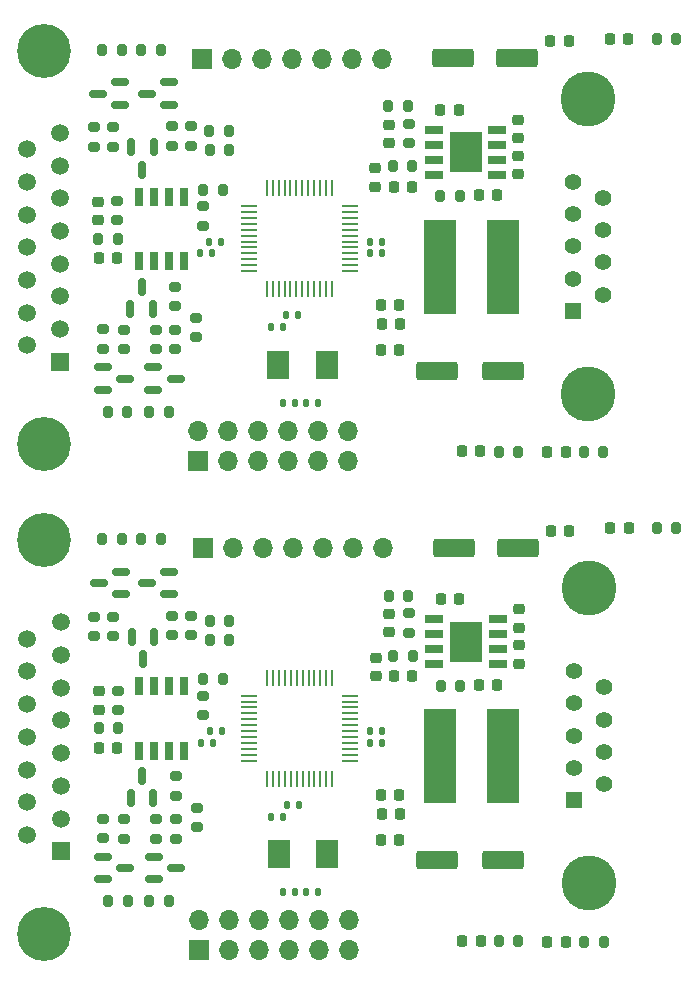
<source format=gts>
%TF.GenerationSoftware,KiCad,Pcbnew,7.0.7*%
%TF.CreationDate,2024-09-01T12:40:49+02:00*%
%TF.ProjectId,main,6d61696e-2e6b-4696-9361-645f70636258,rev?*%
%TF.SameCoordinates,Original*%
%TF.FileFunction,Soldermask,Top*%
%TF.FilePolarity,Negative*%
%FSLAX46Y46*%
G04 Gerber Fmt 4.6, Leading zero omitted, Abs format (unit mm)*
G04 Created by KiCad (PCBNEW 7.0.7) date 2024-09-01 12:40:49*
%MOMM*%
%LPD*%
G01*
G04 APERTURE LIST*
G04 Aperture macros list*
%AMRoundRect*
0 Rectangle with rounded corners*
0 $1 Rounding radius*
0 $2 $3 $4 $5 $6 $7 $8 $9 X,Y pos of 4 corners*
0 Add a 4 corners polygon primitive as box body*
4,1,4,$2,$3,$4,$5,$6,$7,$8,$9,$2,$3,0*
0 Add four circle primitives for the rounded corners*
1,1,$1+$1,$2,$3*
1,1,$1+$1,$4,$5*
1,1,$1+$1,$6,$7*
1,1,$1+$1,$8,$9*
0 Add four rect primitives between the rounded corners*
20,1,$1+$1,$2,$3,$4,$5,0*
20,1,$1+$1,$4,$5,$6,$7,0*
20,1,$1+$1,$6,$7,$8,$9,0*
20,1,$1+$1,$8,$9,$2,$3,0*%
G04 Aperture macros list end*
%ADD10R,1.900000X2.400000*%
%ADD11R,0.279400X1.361440*%
%ADD12R,1.361440X0.279400*%
%ADD13RoundRect,0.250000X-1.500000X-0.550000X1.500000X-0.550000X1.500000X0.550000X-1.500000X0.550000X0*%
%ADD14RoundRect,0.200000X0.275000X-0.200000X0.275000X0.200000X-0.275000X0.200000X-0.275000X-0.200000X0*%
%ADD15R,2.700000X8.000000*%
%ADD16RoundRect,0.225000X0.225000X0.250000X-0.225000X0.250000X-0.225000X-0.250000X0.225000X-0.250000X0*%
%ADD17RoundRect,0.218750X0.218750X0.256250X-0.218750X0.256250X-0.218750X-0.256250X0.218750X-0.256250X0*%
%ADD18RoundRect,0.135000X-0.135000X-0.185000X0.135000X-0.185000X0.135000X0.185000X-0.135000X0.185000X0*%
%ADD19RoundRect,0.135000X0.135000X0.185000X-0.135000X0.185000X-0.135000X-0.185000X0.135000X-0.185000X0*%
%ADD20R,1.700000X1.700000*%
%ADD21O,1.700000X1.700000*%
%ADD22RoundRect,0.150000X0.587500X0.150000X-0.587500X0.150000X-0.587500X-0.150000X0.587500X-0.150000X0*%
%ADD23RoundRect,0.200000X-0.275000X0.200000X-0.275000X-0.200000X0.275000X-0.200000X0.275000X0.200000X0*%
%ADD24RoundRect,0.225000X0.250000X-0.225000X0.250000X0.225000X-0.250000X0.225000X-0.250000X-0.225000X0*%
%ADD25RoundRect,0.200000X0.200000X0.275000X-0.200000X0.275000X-0.200000X-0.275000X0.200000X-0.275000X0*%
%ADD26RoundRect,0.225000X-0.225000X-0.250000X0.225000X-0.250000X0.225000X0.250000X-0.225000X0.250000X0*%
%ADD27RoundRect,0.225000X-0.250000X0.225000X-0.250000X-0.225000X0.250000X-0.225000X0.250000X0.225000X0*%
%ADD28RoundRect,0.200000X-0.200000X-0.275000X0.200000X-0.275000X0.200000X0.275000X-0.200000X0.275000X0*%
%ADD29RoundRect,0.150000X-0.587500X-0.150000X0.587500X-0.150000X0.587500X0.150000X-0.587500X0.150000X0*%
%ADD30R,1.400000X1.400000*%
%ADD31C,1.400000*%
%ADD32C,4.650000*%
%ADD33RoundRect,0.150000X0.150000X-0.587500X0.150000X0.587500X-0.150000X0.587500X-0.150000X-0.587500X0*%
%ADD34RoundRect,0.250000X1.500000X0.550000X-1.500000X0.550000X-1.500000X-0.550000X1.500000X-0.550000X0*%
%ADD35RoundRect,0.150000X-0.150000X0.587500X-0.150000X-0.587500X0.150000X-0.587500X0.150000X0.587500X0*%
%ADD36R,1.500000X1.500000*%
%ADD37C,1.500000*%
%ADD38C,4.567000*%
%ADD39R,0.650000X1.525000*%
%ADD40R,1.525000X0.650000*%
%ADD41R,2.710000X3.350000*%
G04 APERTURE END LIST*
D10*
%TO.C,Y2*%
X116177500Y-137695000D03*
X120277500Y-137695000D03*
%TD*%
D11*
%TO.C,U1*%
X115202500Y-131269640D03*
X115702499Y-131269640D03*
X116202501Y-131269640D03*
X116702500Y-131269640D03*
X117202499Y-131269640D03*
X117702500Y-131269640D03*
X118202500Y-131269640D03*
X118702501Y-131269640D03*
X119202500Y-131269640D03*
X119702499Y-131269640D03*
X120202501Y-131269640D03*
X120702500Y-131269640D03*
D12*
X122227348Y-129744820D03*
X122227348Y-129244821D03*
X122227348Y-128744819D03*
X122227348Y-128244820D03*
X122227348Y-127744821D03*
X122227348Y-127244820D03*
X122227348Y-126744820D03*
X122227348Y-126244819D03*
X122227348Y-125744820D03*
X122227348Y-125244821D03*
X122227348Y-124744819D03*
X122227348Y-124244820D03*
D11*
X120702500Y-122720000D03*
X120202501Y-122720000D03*
X119702499Y-122720000D03*
X119202500Y-122720000D03*
X118702501Y-122720000D03*
X118202500Y-122720000D03*
X117702500Y-122720000D03*
X117202499Y-122720000D03*
X116702500Y-122720000D03*
X116202501Y-122720000D03*
X115702499Y-122720000D03*
X115202500Y-122720000D03*
D12*
X113677652Y-124244820D03*
X113677652Y-124744819D03*
X113677652Y-125244821D03*
X113677652Y-125744820D03*
X113677652Y-126244819D03*
X113677652Y-126744820D03*
X113677652Y-127244820D03*
X113677652Y-127744821D03*
X113677652Y-128244820D03*
X113677652Y-128744819D03*
X113677652Y-129244821D03*
X113677652Y-129744820D03*
%TD*%
D13*
%TO.C,C31*%
X129605500Y-138190000D03*
X135205500Y-138190000D03*
%TD*%
D14*
%TO.C,R1*%
X109227500Y-135370000D03*
X109227500Y-133720000D03*
%TD*%
D15*
%TO.C,L1*%
X129855500Y-129390000D03*
X135155500Y-129390000D03*
%TD*%
D16*
%TO.C,C29*%
X126480500Y-134245000D03*
X124930500Y-134245000D03*
%TD*%
D17*
%TO.C,D3*%
X133265000Y-145020000D03*
X131690000Y-145020000D03*
%TD*%
D18*
%TO.C,C4*%
X116542500Y-140895000D03*
X117562500Y-140895000D03*
%TD*%
D19*
%TO.C,C10*%
X110577500Y-128245000D03*
X109557500Y-128245000D03*
%TD*%
D20*
%TO.C,J5*%
X109727500Y-111770000D03*
D21*
X112267500Y-111770000D03*
X114807500Y-111770000D03*
X117347500Y-111770000D03*
X119887500Y-111770000D03*
X122427500Y-111770000D03*
X124967500Y-111770000D03*
%TD*%
D19*
%TO.C,C3*%
X119537500Y-140895000D03*
X118517500Y-140895000D03*
%TD*%
D14*
%TO.C,R5*%
X101294250Y-136319250D03*
X101294250Y-134669250D03*
%TD*%
D22*
%TO.C,Q2*%
X106908750Y-115663750D03*
X106908750Y-113763750D03*
X105033750Y-114713750D03*
%TD*%
D23*
%TO.C,R7*%
X107465750Y-134711050D03*
X107465750Y-136361050D03*
%TD*%
D24*
%TO.C,C16*%
X100946250Y-125438750D03*
X100946250Y-123888750D03*
%TD*%
D25*
%TO.C,R21*%
X112002500Y-119495000D03*
X110352500Y-119495000D03*
%TD*%
D14*
%TO.C,R24*%
X102546250Y-125463750D03*
X102546250Y-123813750D03*
%TD*%
D26*
%TO.C,C18*%
X139202500Y-110295000D03*
X140752500Y-110295000D03*
%TD*%
D27*
%TO.C,C15*%
X136502500Y-119995000D03*
X136502500Y-121545000D03*
%TD*%
D24*
%TO.C,C26*%
X125555500Y-118890000D03*
X125555500Y-117340000D03*
%TD*%
D27*
%TO.C,C25*%
X124377500Y-121045000D03*
X124377500Y-122595000D03*
%TD*%
D14*
%TO.C,R27*%
X102171250Y-119238750D03*
X102171250Y-117588750D03*
%TD*%
D16*
%TO.C,C21*%
X131427500Y-116070000D03*
X129877500Y-116070000D03*
%TD*%
D14*
%TO.C,R13*%
X127205500Y-118915000D03*
X127205500Y-117265000D03*
%TD*%
D25*
%TO.C,R14*%
X127127500Y-115770000D03*
X125477500Y-115770000D03*
%TD*%
D23*
%TO.C,R26*%
X108771250Y-117488750D03*
X108771250Y-119138750D03*
%TD*%
D25*
%TO.C,R11*%
X131543500Y-123390000D03*
X129893500Y-123390000D03*
%TD*%
%TO.C,R12*%
X127530500Y-120865000D03*
X125880500Y-120865000D03*
%TD*%
D28*
%TO.C,R15*%
X134827500Y-145045000D03*
X136477500Y-145045000D03*
%TD*%
D29*
%TO.C,Q4*%
X101324250Y-137909250D03*
X101324250Y-139809250D03*
X103199250Y-138859250D03*
%TD*%
D30*
%TO.C,J3*%
X141162500Y-133125000D03*
D31*
X141162500Y-130385000D03*
X141162500Y-127645000D03*
X141162500Y-124905000D03*
X141162500Y-122165000D03*
X143702500Y-131755000D03*
X143702500Y-129015000D03*
X143702500Y-126275000D03*
X143702500Y-123535000D03*
D32*
X142432500Y-140140000D03*
X142432500Y-115150000D03*
%TD*%
D18*
%TO.C,C2*%
X116842500Y-133470000D03*
X117862500Y-133470000D03*
%TD*%
D28*
%TO.C,R29*%
X104546250Y-111013750D03*
X106196250Y-111013750D03*
%TD*%
D23*
%TO.C,R8*%
X103072250Y-134732250D03*
X103072250Y-136382250D03*
%TD*%
D25*
%TO.C,R22*%
X111452500Y-122845000D03*
X109802500Y-122845000D03*
%TD*%
D33*
%TO.C,D2*%
X103646250Y-132938750D03*
X105546250Y-132938750D03*
X104596250Y-131063750D03*
%TD*%
D26*
%TO.C,C20*%
X133130500Y-123340000D03*
X134680500Y-123340000D03*
%TD*%
D29*
%TO.C,Q3*%
X105595750Y-137909250D03*
X105595750Y-139809250D03*
X107470750Y-138859250D03*
%TD*%
D34*
%TO.C,C8*%
X136402500Y-111720000D03*
X131002500Y-111720000D03*
%TD*%
D18*
%TO.C,C1*%
X115517500Y-134495000D03*
X116537500Y-134495000D03*
%TD*%
D25*
%TO.C,R9*%
X106882250Y-141653250D03*
X105232250Y-141653250D03*
%TD*%
D28*
%TO.C,R23*%
X110327500Y-117895000D03*
X111977500Y-117895000D03*
%TD*%
D23*
%TO.C,R3*%
X107452500Y-131063750D03*
X107452500Y-132713750D03*
%TD*%
D17*
%TO.C,D4*%
X140490000Y-145070000D03*
X138915000Y-145070000D03*
%TD*%
D35*
%TO.C,D1*%
X105621250Y-119276250D03*
X103721250Y-119276250D03*
X104671250Y-121151250D03*
%TD*%
D28*
%TO.C,R30*%
X101246250Y-111013750D03*
X102896250Y-111013750D03*
%TD*%
D23*
%TO.C,R2*%
X109802500Y-124270000D03*
X109802500Y-125920000D03*
%TD*%
D16*
%TO.C,C7*%
X102525050Y-128671250D03*
X100975050Y-128671250D03*
%TD*%
D20*
%TO.C,J4*%
X109387500Y-145785000D03*
D21*
X109387500Y-143245000D03*
X111927500Y-145785000D03*
X111927500Y-143245000D03*
X114467500Y-145785000D03*
X114467500Y-143245000D03*
X117007500Y-145785000D03*
X117007500Y-143245000D03*
X119547500Y-145785000D03*
X119547500Y-143245000D03*
X122087500Y-145785000D03*
X122087500Y-143245000D03*
%TD*%
D25*
%TO.C,R10*%
X103389250Y-141653250D03*
X101739250Y-141653250D03*
%TD*%
D14*
%TO.C,R25*%
X107171250Y-119138750D03*
X107171250Y-117488750D03*
%TD*%
D18*
%TO.C,C5*%
X123917500Y-127245000D03*
X124937500Y-127245000D03*
%TD*%
D16*
%TO.C,C24*%
X127475500Y-122590000D03*
X125925500Y-122590000D03*
%TD*%
D22*
%TO.C,Q1*%
X102808750Y-115663750D03*
X102808750Y-113763750D03*
X100933750Y-114713750D03*
%TD*%
D19*
%TO.C,C9*%
X111337500Y-127245000D03*
X110317500Y-127245000D03*
%TD*%
D16*
%TO.C,C30*%
X126402500Y-132645000D03*
X124852500Y-132645000D03*
%TD*%
D24*
%TO.C,C19*%
X136502500Y-118495000D03*
X136502500Y-116945000D03*
%TD*%
D14*
%TO.C,R28*%
X100571250Y-119238750D03*
X100571250Y-117588750D03*
%TD*%
D36*
%TO.C,J2*%
X97717500Y-137430000D03*
D37*
X97717500Y-134660000D03*
X97717500Y-131890000D03*
X97717500Y-129120000D03*
X97717500Y-126350000D03*
X97717500Y-123580000D03*
X97717500Y-120810000D03*
X97717500Y-118040000D03*
X94877500Y-136045000D03*
X94877500Y-133275000D03*
X94877500Y-130505000D03*
X94877500Y-127735000D03*
X94877500Y-124965000D03*
X94877500Y-122195000D03*
X94877500Y-119425000D03*
D38*
X96297500Y-144395000D03*
X96297500Y-111075000D03*
%TD*%
D23*
%TO.C,R6*%
X105814750Y-134711050D03*
X105814750Y-136361050D03*
%TD*%
D25*
%TO.C,R4*%
X102575050Y-127013750D03*
X100925050Y-127013750D03*
%TD*%
D28*
%TO.C,R32*%
X142027500Y-145070000D03*
X143677500Y-145070000D03*
%TD*%
D18*
%TO.C,C6*%
X123917500Y-128245000D03*
X124937500Y-128245000D03*
%TD*%
D16*
%TO.C,C28*%
X126402500Y-136445000D03*
X124852500Y-136445000D03*
%TD*%
D39*
%TO.C,OPAMPS1*%
X104346250Y-128897750D03*
X105616250Y-128897750D03*
X106886250Y-128897750D03*
X108156250Y-128897750D03*
X108156250Y-123473750D03*
X106886250Y-123473750D03*
X105616250Y-123473750D03*
X104346250Y-123473750D03*
%TD*%
D40*
%TO.C,IC2*%
X134718500Y-121600000D03*
X134718500Y-120330000D03*
X134718500Y-119060000D03*
X134718500Y-117790000D03*
X129342500Y-117790000D03*
X129342500Y-119060000D03*
X129342500Y-120330000D03*
X129342500Y-121600000D03*
D41*
X132030500Y-119695000D03*
%TD*%
D17*
%TO.C,D5*%
X145815000Y-110095000D03*
X144240000Y-110095000D03*
%TD*%
D28*
%TO.C,R33*%
X148192500Y-110095000D03*
X149842500Y-110095000D03*
%TD*%
D10*
%TO.C,Y2*%
X116150000Y-96250000D03*
X120250000Y-96250000D03*
%TD*%
D11*
%TO.C,U1*%
X115175000Y-89824640D03*
X115674999Y-89824640D03*
X116175001Y-89824640D03*
X116675000Y-89824640D03*
X117174999Y-89824640D03*
X117675000Y-89824640D03*
X118175000Y-89824640D03*
X118675001Y-89824640D03*
X119175000Y-89824640D03*
X119674999Y-89824640D03*
X120175001Y-89824640D03*
X120675000Y-89824640D03*
D12*
X122199848Y-88299820D03*
X122199848Y-87799821D03*
X122199848Y-87299819D03*
X122199848Y-86799820D03*
X122199848Y-86299821D03*
X122199848Y-85799820D03*
X122199848Y-85299820D03*
X122199848Y-84799819D03*
X122199848Y-84299820D03*
X122199848Y-83799821D03*
X122199848Y-83299819D03*
X122199848Y-82799820D03*
D11*
X120675000Y-81275000D03*
X120175001Y-81275000D03*
X119674999Y-81275000D03*
X119175000Y-81275000D03*
X118675001Y-81275000D03*
X118175000Y-81275000D03*
X117675000Y-81275000D03*
X117174999Y-81275000D03*
X116675000Y-81275000D03*
X116175001Y-81275000D03*
X115674999Y-81275000D03*
X115175000Y-81275000D03*
D12*
X113650152Y-82799820D03*
X113650152Y-83299819D03*
X113650152Y-83799821D03*
X113650152Y-84299820D03*
X113650152Y-84799819D03*
X113650152Y-85299820D03*
X113650152Y-85799820D03*
X113650152Y-86299821D03*
X113650152Y-86799820D03*
X113650152Y-87299819D03*
X113650152Y-87799821D03*
X113650152Y-88299820D03*
%TD*%
D28*
%TO.C,R33*%
X149815000Y-68650000D03*
X148165000Y-68650000D03*
%TD*%
D39*
%TO.C,OPAMPS1*%
X104318750Y-87452750D03*
X105588750Y-87452750D03*
X106858750Y-87452750D03*
X108128750Y-87452750D03*
X108128750Y-82028750D03*
X106858750Y-82028750D03*
X105588750Y-82028750D03*
X104318750Y-82028750D03*
%TD*%
D40*
%TO.C,IC2*%
X134691000Y-80155000D03*
X134691000Y-78885000D03*
X134691000Y-77615000D03*
X134691000Y-76345000D03*
X129315000Y-76345000D03*
X129315000Y-77615000D03*
X129315000Y-78885000D03*
X129315000Y-80155000D03*
D41*
X132003000Y-78250000D03*
%TD*%
D17*
%TO.C,D5*%
X145787500Y-68650000D03*
X144212500Y-68650000D03*
%TD*%
D13*
%TO.C,C31*%
X129578000Y-96745000D03*
X135178000Y-96745000D03*
%TD*%
D24*
%TO.C,C19*%
X136475000Y-77050000D03*
X136475000Y-75500000D03*
%TD*%
D16*
%TO.C,C30*%
X126375000Y-91200000D03*
X124825000Y-91200000D03*
%TD*%
D19*
%TO.C,C9*%
X111310000Y-85800000D03*
X110290000Y-85800000D03*
%TD*%
D22*
%TO.C,Q1*%
X102781250Y-74218750D03*
X102781250Y-72318750D03*
X100906250Y-73268750D03*
%TD*%
D16*
%TO.C,C24*%
X127448000Y-81145000D03*
X125898000Y-81145000D03*
%TD*%
%TO.C,C28*%
X126375000Y-95000000D03*
X124825000Y-95000000D03*
%TD*%
D14*
%TO.C,R28*%
X100543750Y-77793750D03*
X100543750Y-76143750D03*
%TD*%
D18*
%TO.C,C6*%
X123890000Y-86800000D03*
X124910000Y-86800000D03*
%TD*%
%TO.C,C5*%
X123890000Y-85800000D03*
X124910000Y-85800000D03*
%TD*%
D28*
%TO.C,R32*%
X142000000Y-103625000D03*
X143650000Y-103625000D03*
%TD*%
D25*
%TO.C,R4*%
X102547550Y-85568750D03*
X100897550Y-85568750D03*
%TD*%
D23*
%TO.C,R6*%
X105787250Y-93266050D03*
X105787250Y-94916050D03*
%TD*%
D36*
%TO.C,J2*%
X97690000Y-95985000D03*
D37*
X97690000Y-93215000D03*
X97690000Y-90445000D03*
X97690000Y-87675000D03*
X97690000Y-84905000D03*
X97690000Y-82135000D03*
X97690000Y-79365000D03*
X97690000Y-76595000D03*
X94850000Y-94600000D03*
X94850000Y-91830000D03*
X94850000Y-89060000D03*
X94850000Y-86290000D03*
X94850000Y-83520000D03*
X94850000Y-80750000D03*
X94850000Y-77980000D03*
D38*
X96270000Y-102950000D03*
X96270000Y-69630000D03*
%TD*%
D14*
%TO.C,R25*%
X107143750Y-77693750D03*
X107143750Y-76043750D03*
%TD*%
D25*
%TO.C,R10*%
X103361750Y-100208250D03*
X101711750Y-100208250D03*
%TD*%
D18*
%TO.C,C1*%
X115490000Y-93050000D03*
X116510000Y-93050000D03*
%TD*%
D28*
%TO.C,R23*%
X110300000Y-76450000D03*
X111950000Y-76450000D03*
%TD*%
D20*
%TO.C,J4*%
X109360000Y-104340000D03*
D21*
X109360000Y-101800000D03*
X111900000Y-104340000D03*
X111900000Y-101800000D03*
X114440000Y-104340000D03*
X114440000Y-101800000D03*
X116980000Y-104340000D03*
X116980000Y-101800000D03*
X119520000Y-104340000D03*
X119520000Y-101800000D03*
X122060000Y-104340000D03*
X122060000Y-101800000D03*
%TD*%
D33*
%TO.C,D2*%
X103618750Y-91493750D03*
X105518750Y-91493750D03*
X104568750Y-89618750D03*
%TD*%
D23*
%TO.C,R8*%
X103044750Y-93287250D03*
X103044750Y-94937250D03*
%TD*%
D28*
%TO.C,R30*%
X101218750Y-69568750D03*
X102868750Y-69568750D03*
%TD*%
D25*
%TO.C,R22*%
X111425000Y-81400000D03*
X109775000Y-81400000D03*
%TD*%
D28*
%TO.C,R29*%
X104518750Y-69568750D03*
X106168750Y-69568750D03*
%TD*%
D23*
%TO.C,R2*%
X109775000Y-82825000D03*
X109775000Y-84475000D03*
%TD*%
D34*
%TO.C,C8*%
X136375000Y-70275000D03*
X130975000Y-70275000D03*
%TD*%
D26*
%TO.C,C20*%
X133103000Y-81895000D03*
X134653000Y-81895000D03*
%TD*%
D29*
%TO.C,Q3*%
X105568250Y-96464250D03*
X105568250Y-98364250D03*
X107443250Y-97414250D03*
%TD*%
D18*
%TO.C,C2*%
X116815000Y-92025000D03*
X117835000Y-92025000D03*
%TD*%
D30*
%TO.C,J3*%
X141135000Y-91680000D03*
D31*
X141135000Y-88940000D03*
X141135000Y-86200000D03*
X141135000Y-83460000D03*
X141135000Y-80720000D03*
X143675000Y-90310000D03*
X143675000Y-87570000D03*
X143675000Y-84830000D03*
X143675000Y-82090000D03*
D32*
X142405000Y-98695000D03*
X142405000Y-73705000D03*
%TD*%
D29*
%TO.C,Q4*%
X101296750Y-96464250D03*
X101296750Y-98364250D03*
X103171750Y-97414250D03*
%TD*%
D25*
%TO.C,R9*%
X106854750Y-100208250D03*
X105204750Y-100208250D03*
%TD*%
D28*
%TO.C,R15*%
X134800000Y-103600000D03*
X136450000Y-103600000D03*
%TD*%
D16*
%TO.C,C7*%
X102497550Y-87226250D03*
X100947550Y-87226250D03*
%TD*%
D25*
%TO.C,R12*%
X127503000Y-79420000D03*
X125853000Y-79420000D03*
%TD*%
%TO.C,R11*%
X131516000Y-81945000D03*
X129866000Y-81945000D03*
%TD*%
D17*
%TO.C,D4*%
X140462500Y-103625000D03*
X138887500Y-103625000D03*
%TD*%
D35*
%TO.C,D1*%
X105593750Y-77831250D03*
X103693750Y-77831250D03*
X104643750Y-79706250D03*
%TD*%
D23*
%TO.C,R26*%
X108743750Y-76043750D03*
X108743750Y-77693750D03*
%TD*%
D25*
%TO.C,R14*%
X127100000Y-74325000D03*
X125450000Y-74325000D03*
%TD*%
D23*
%TO.C,R3*%
X107425000Y-89618750D03*
X107425000Y-91268750D03*
%TD*%
D26*
%TO.C,C18*%
X139175000Y-68850000D03*
X140725000Y-68850000D03*
%TD*%
D27*
%TO.C,C25*%
X124350000Y-79600000D03*
X124350000Y-81150000D03*
%TD*%
%TO.C,C15*%
X136475000Y-78550000D03*
X136475000Y-80100000D03*
%TD*%
D14*
%TO.C,R13*%
X127178000Y-77470000D03*
X127178000Y-75820000D03*
%TD*%
D23*
%TO.C,R7*%
X107438250Y-93266050D03*
X107438250Y-94916050D03*
%TD*%
D22*
%TO.C,Q2*%
X106881250Y-74218750D03*
X106881250Y-72318750D03*
X105006250Y-73268750D03*
%TD*%
D25*
%TO.C,R21*%
X111975000Y-78050000D03*
X110325000Y-78050000D03*
%TD*%
D14*
%TO.C,R5*%
X101266750Y-94874250D03*
X101266750Y-93224250D03*
%TD*%
D19*
%TO.C,C3*%
X119510000Y-99450000D03*
X118490000Y-99450000D03*
%TD*%
D14*
%TO.C,R24*%
X102518750Y-84018750D03*
X102518750Y-82368750D03*
%TD*%
D18*
%TO.C,C4*%
X116515000Y-99450000D03*
X117535000Y-99450000D03*
%TD*%
D24*
%TO.C,C26*%
X125528000Y-77445000D03*
X125528000Y-75895000D03*
%TD*%
%TO.C,C16*%
X100918750Y-83993750D03*
X100918750Y-82443750D03*
%TD*%
D20*
%TO.C,J5*%
X109700000Y-70325000D03*
D21*
X112240000Y-70325000D03*
X114780000Y-70325000D03*
X117320000Y-70325000D03*
X119860000Y-70325000D03*
X122400000Y-70325000D03*
X124940000Y-70325000D03*
%TD*%
D19*
%TO.C,C10*%
X110550000Y-86800000D03*
X109530000Y-86800000D03*
%TD*%
D16*
%TO.C,C29*%
X126453000Y-92800000D03*
X124903000Y-92800000D03*
%TD*%
D17*
%TO.C,D3*%
X133237500Y-103575000D03*
X131662500Y-103575000D03*
%TD*%
D15*
%TO.C,L1*%
X129828000Y-87945000D03*
X135128000Y-87945000D03*
%TD*%
D16*
%TO.C,C21*%
X131400000Y-74625000D03*
X129850000Y-74625000D03*
%TD*%
D14*
%TO.C,R1*%
X109200000Y-93925000D03*
X109200000Y-92275000D03*
%TD*%
%TO.C,R27*%
X102143750Y-77793750D03*
X102143750Y-76143750D03*
%TD*%
M02*

</source>
